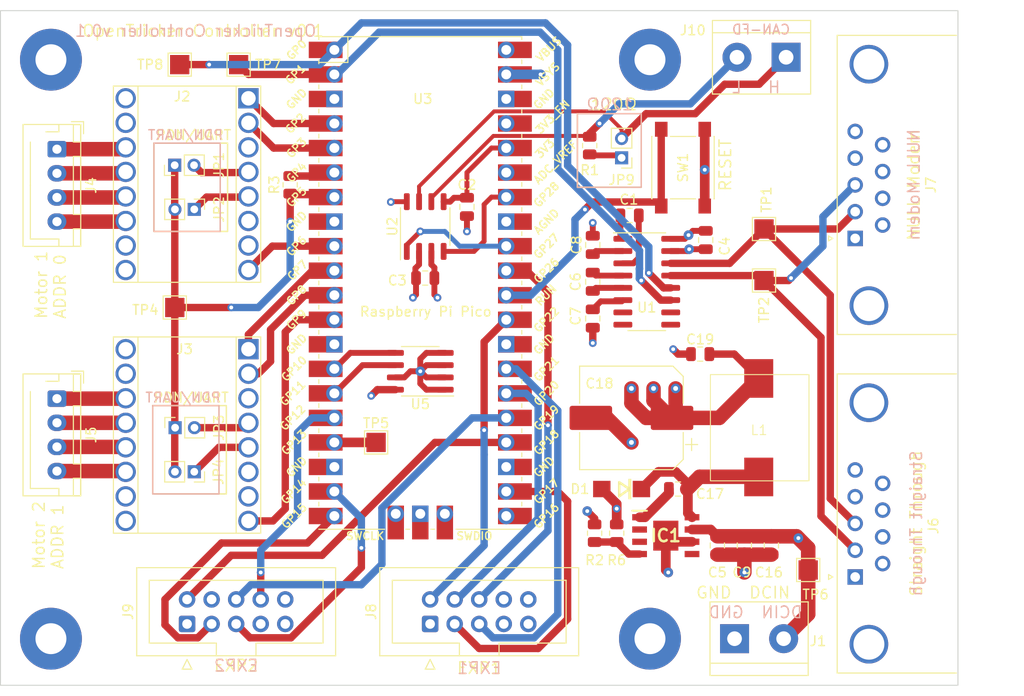
<source format=kicad_pcb>
(kicad_pcb (version 20221018) (generator pcbnew)
  (layers (0 "F.Cu" signal) (1 "In1.Cu" power "GND") (2 "In2.Cu" power "PWR") (31 "B.Cu" signal) (34 "B.Paste" user) (35 "F.Paste" user) (36 "B.SilkS" user "B.Silkscreen") (37 "F.SilkS" user "F.Silkscreen") (38 "B.Mask" user) (39 "F.Mask" user) (44 "Edge.Cuts" user))
  (net 0 "")
  (net 1 "Net-(U1-C1+)")
  (net 2 "Net-(U1-C1-)")
  (net 3 "GND")
  (net 4 "+5V")
  (net 5 "Net-(U1-C2+)")
  (net 6 "Net-(U1-C2-)")
  (net 7 "Net-(U1-VS-)")
  (net 8 "Net-(U1-VS+)")
  (net 9 "VCC")
  (net 10 "M1_DIR")
  (net 11 "M1_STEP")
  (net 12 "Net-(J2-UART)")
  (net 13 "Net-(J2-PDN)")
  (net 14 "M1_EN")
  (net 15 "Net-(J2-A2)")
  (net 16 "Net-(J2-A1)")
  (net 17 "Net-(J2-B1)")
  (net 18 "Net-(J2-B2)")
  (net 19 "M2_DIR")
  (net 20 "M2_STEP")
  (net 21 "Net-(J3-UART)")
  (net 22 "Net-(J3-PDN)")
  (net 23 "M2_EN")
  (net 24 "Net-(J3-A2)")
  (net 25 "Net-(J3-A1)")
  (net 26 "Net-(J3-B1)")
  (net 27 "Net-(J3-B2)")
  (net 43 "LCD_CS")
  (net 44 "LCD_RST")
  (net 46 "BTN_ENC")
  (net 47 "LCD_A0")
  (net 48 "NEOPIXEL")
  (net 51 "BTN_EN1")
  (net 52 "BTN_EN2")
  (net 54 "LED_SCK")
  (net 56 "LCD_MOSI")
  (net 57 "BTN_RST")
  (net 58 "MOTOR_UART")
  (net 59 "SCALE_RXD")
  (net 60 "SCALE_TXD")
  (net 61 "UART1_TX")
  (net 66 "SCALE_UART_TX")
  (net 67 "SCALE_UART_RX")
  (net 68 "EEPROM_SDA")
  (net 69 "EEPROM_SCL")
  (net 70 "SPI0_MISO")
  (net 71 "Net-(U3-GPIO13)")
  (net 72 "+3.3V")
  (net 76 "PICO_RESET_BTN")
  (net 77 "Net-(J10-Pin_1)")
  (net 78 "Net-(J10-Pin_2)")
  (net 79 "Net-(JP9-A)")
  (net 80 "CAN_TX")
  (net 81 "CAN_RX")
  (net 85 "Net-(IC1-BOOT)")
  (net 86 "Net-(IC1-PH)")
  (net 89 "Net-(IC1-VSENSE)")
  (footprint "Capacitor_SMD:CP_Elec_10x10.5" (layer "F.Cu") (at 115.57 100.33 180)
    (fp_text reference "C18")
    (fp_text value "330uF")
  )
  (footprint "Connector_PinSocket_2.00mm:PinSocket_1x02_P2.00mm_Vertical" (layer "F.Cu") (at 68.358 101.346 90)
    (fp_text reference "JP3")
    (fp_text value "M2_UART_OP1")
  )
  (footprint "Package_SO:SO-8_3.9x4.9mm_P1.27mm" (layer "F.Cu") (at 94.234 80.518 90)
    (fp_text reference "U2")
    (fp_text value "MCP2542FDxMF")
  )
  (footprint "TerminalBlock:TerminalBlock_bornier-2_P5.08mm" (layer "F.Cu") (at 126.238 123.19)
    (fp_text reference "J1")
    (fp_text value "DC12V/24V")
  )
  (footprint "Capacitor_SMD:C_0805_2012Metric" (layer "F.Cu") (at 124.46 113.538 -90)
    (fp_text reference "C5")
    (fp_text value "4.7uF")
  )
  (footprint "Resistor_SMD:R_0805_2012Metric" (layer "F.Cu") (at 111.252 72.136 90)
    (fp_text reference "R1")
    (fp_text value "120Ω")
  )
  (footprint "Capacitor_SMD:C_0805_2012Metric" (layer "F.Cu") (at 111.571 90.043 90)
    (fp_text reference "C7")
    (fp_text value "10uF")
  )
  (footprint "Package_SO:SO-8_3.9x4.9mm_P1.27mm" (layer "F.Cu") (at 93.726 95.504 180)
    (fp_text reference "U5")
    (fp_text value "CAT24C256")
  )
  (footprint "MountingHole:MountingHole_3.2mm_M3_Pad" (layer "F.Cu") (at 55.512 123.19)
    (fp_text reference "H2" hide)
    (fp_text value "MountingHole")
  )
  (footprint "Capacitor_SMD:C_0805_2012Metric" (layer "F.Cu") (at 98.552 78.486 90)
    (fp_text reference "C2")
    (fp_text value "100nF")
  )
  (footprint "Capacitor_SMD:C_0805_2012Metric" (layer "F.Cu") (at 115.381 79.375)
    (fp_text reference "C1")
    (fp_text value "1uF")
  )
  (footprint "Button_Switch_SMD:SW_Push_1P1T_NO_6x6mm_H9.5mm" (layer "F.Cu") (at 120.904 74.422 90)
    (fp_text reference "SW1")
    (fp_text value "SW_Push")
  )
  (footprint "Capacitor_SMD:C_0805_2012Metric" (layer "F.Cu") (at 94.234 85.852 180)
    (fp_text reference "C3")
    (fp_text value "100nF")
  )
  (footprint "Capacitor_SMD:C_0805_2012Metric" (layer "F.Cu") (at 127.254 113.538 -90)
    (fp_text reference "C9")
    (fp_text value "4.7uF")
  )
  (footprint "Capacitor_SMD:C_0805_2012Metric" (layer "F.Cu") (at 123.255 81.915 -90)
    (fp_text reference "C4")
    (fp_text value "1uF")
  )
  (footprint "Extra Footprints:SOIC127P600X170-9N" (layer "F.Cu") (at 119.126 112.522)
    (fp_text reference "IC1")
    (fp_text value "TPS5450DDA" hide)
  )
  (footprint "TestPoint:TestPoint_Pad_2.0x2.0mm" (layer "F.Cu") (at 74.93 63.754)
    (fp_text reference "TP7")
    (fp_text value "TestPoint")
  )
  (footprint "Connector_PinHeader_2.00mm:PinHeader_1x02_P2.00mm_Vertical" (layer "F.Cu") (at 68.316 74.168 90)
    (fp_text reference "JP1")
    (fp_text value "M1_UART_OP1")
  )
  (footprint "MountingHole:MountingHole_3.2mm_M3_Pad" (layer "F.Cu") (at 117.488 63.246)
    (fp_text reference "H4" hide)
    (fp_text value "MountingHole")
  )
  (footprint "Extra Footprints:Power Inductor 10x11" (layer "F.Cu") (at 123.7405 106.846 90)
    (fp_text reference "L1")
    (fp_text value "15uH")
  )
  (footprint "Connector_IDC:IDC-Header_2x05_P2.54mm_Vertical" (layer "F.Cu") (at 94.742 121.666 90)
    (fp_text reference "J8")
    (fp_text value "EXP1")
  )
  (footprint "Connector_PinHeader_2.00mm:PinHeader_1x02_P2.00mm_Vertical" (layer "F.Cu") (at 114.554 73.406 180)
    (fp_text reference "JP9")
    (fp_text value "120JP")
  )
  (footprint "Capacitor_SMD:C_0805_2012Metric" (layer "F.Cu") (at 122.682 93.726 180)
    (fp_text reference "C19")
    (fp_text value "10nF")
  )
  (footprint "Capacitor_SMD:C_0805_2012Metric" (layer "F.Cu") (at 111.571 82.423 90)
    (fp_text reference "C8")
    (fp_text value "10uF")
  )
  (footprint "TerminalBlock:TerminalBlock_bornier-2_P5.08mm" (layer "F.Cu") (at 131.572 62.992 180)
    (fp_text reference "J10")
    (fp_text value "CAN_L")
  )
  (footprint "Capacitor_SMD:C_0805_2012Metric" (layer "F.Cu") (at 130.048 113.538 -90)
    (fp_text reference "C16")
    (fp_text value "10nF")
  )
  (footprint "RPi_Pico:RPi_Pico_SMD_TH" (layer "F.Cu") (at 93.726 86.36)
    (fp_text reference "U3")
    (fp_text value "Pico")
  )
  (footprint "Capacitor_SMD:C_0805_2012Metric" (layer "F.Cu") (at 111.571 86.233 -90)
    (fp_text reference "C6")
    (fp_text value "1uF")
  )
  (footprint "Connector_JST:JST_XH_B4B-XH-AM_1x04_P2.50mm_Vertical" (layer "F.Cu") (at 56.134 72.51 -90)
    (fp_text reference "J4")
    (fp_text value "Motor 1")
  )
  (footprint "Package_SO:SOIC-16_3.9x9.9mm_P1.27mm" (layer "F.Cu") (at 117.159 86.233)
    (fp_text reference "U1")
    (fp_text value "MAX232")
  )
  (footprint "Connector_JST:JST_XH_B4B-XH-AM_1x04_P2.50mm_Vertical" (layer "F.Cu") (at 56.134 98.338 -90)
    (fp_text reference "J5")
    (fp_text value "Motor 2")
  )
  (footprint "Resistor_SMD:R_0805_2012Metric" (layer "F.Cu") (at 114.046 112.268 90)
    (fp_text reference "R6")
    (fp_text value "3.16K")
  )
  (footprint "TestPoint:TestPoint_Pad_2.0x2.0mm" (layer "F.Cu") (at 129.286 80.772 -90)
    (fp_text reference "TP1")
    (fp_text value "TestPoint")
  )
  (footprint "MountingHole:MountingHole_3.2mm_M3_Pad" (layer "F.Cu") (at 55.512 63.246)
    (fp_text reference "H1" hide)
    (fp_text value "MountingHole")
  )
  (footprint "TestPoint:TestPoint_Pad_2.0x2.0mm" (layer "F.Cu") (at 68.834 63.754)
    (fp_text reference "TP8")
    (fp_text value "TestPoint")
  )
  (footprint "Resistor_SMD:R_0805_2012Metric" (layer "F.Cu") (at 80.264 76.2 90)
    (fp_text reference "R3")
    (fp_text value "1K")
  )
  (footprint "Resistor_SMD:R_0805_2012Metric" (layer "F.Cu") (at 111.76 112.268 -90)
    (fp_text reference "R2")
    (fp_text value "10K")
  )
  (footprint "Extra Footprints:DO-214AC" (layer "F.Cu") (at 114.554 107.696 180)
    (fp_text reference "D1")
    (fp_text value "SS54")
  )
  (footprint "Connector_PinSocket_2.00mm:PinSocket_1x02_P2.00mm_Vertical" (layer "F.Cu") (at 70.342 105.908 -90)
    (fp_text reference "JP4")
    (fp_text value "M2_UART_OP2")
  )
  (footprint "TestPoint:TestPoint_Pad_2.0x2.0mm" (layer "F.Cu") (at 133.858 116.078)
    (fp_text reference "TP6")
    (fp_text value "TestPoint")
  )
  (footprint "Connector_Dsub:DSUB-9_Male_Horizontal_P2.77x2.84mm_EdgePinOffset7.70mm_Housed_MountingHolesOffset9.12mm" (layer "F.Cu") (at 138.719669 81.75 90)
    (fp_text reference "J7")
    (fp_text value "NULL Modem")
  )
  (footprint "TestPoint:TestPoint_Pad_2.0x2.0mm" (layer "F.Cu") (at 68.326 88.9)
    (fp_text reference "TP4")
    (fp_text value "TestPoint")
  )
  (footprint "fab:Conn_StepStick" (layer "F.Cu") (at 75.946 93.218 180)
    (fp_text reference "J3")
    (fp_text value "TMC2209 Motor 2")
  )
  (footprint "Connector_Dsub:DSUB-9_Male_Horizontal_P2.77x2.84mm_EdgePinOffset7.70mm_Housed_MountingHolesOffset9.12mm" (layer "F.Cu") (at 138.719669 116.802 90)
    (fp_text reference "J6")
    (fp_text value "Straight Through")
  )
  (footprint "fab:Conn_StepStick" (layer "F.Cu") (at 75.946 67.242 180)
    (fp_text reference "J2")
    (fp_text value "TMC2209 Motor 1")
  )
  (footprint "MountingHole:MountingHole_3.2mm_M3_Pad" (layer "F.Cu") (at 117.488 123.19)
    (fp_text reference "H3" hide)
    (fp_text value "MountingHole")
  )
  (footprint "Connector_IDC:IDC-Header_2x05_P2.54mm_Vertical" (layer "F.Cu") (at 69.596 121.666 90)
    (fp_text reference "J9")
    (fp_text value "EXP2")
  )
  (footprint "TestPoint:TestPoint_Pad_2.0x2.0mm" (layer "F.Cu") (at 129.286 86.106 -90)
    (fp_text reference "TP2")
    (fp_text value "TestPoint")
  )
  (footprint "Capacitor_SMD:C_0805_2012Metric" (layer "F.Cu") (at 120.396 107.696)
    (fp_text reference "C17")
    (fp_text value "10nF")
  )
  (footprint "Connector_PinHeader_2.00mm:PinHeader_1x02_P2.00mm_Vertical" (layer "F.Cu") (at 70.342 78.74 -90)
    (fp_text reference "JP2")
    (fp_text value "M1_UART_OP2")
  )
  (footprint "TestPoint:TestPoint_Pad_2.0x2.0mm" (layer "F.Cu") (at 89.154 102.87)
    (fp_text reference "TP5")
    (fp_text value "TestPoint")
  )
  (gr_rect (start 109.982 68.834) (end 116.586 76.454) (stroke (width 0.15)) (fill none) (layer "B.SilkS"))
  (gr_rect (start 66.167 71.882) (end 73.025 81.026) (stroke (width 0.15)) (fill none) (layer "B.SilkS"))
  (gr_rect (start 66.04 99.06) (end 72.898 108.204) (stroke (width 0.15)) (fill none) (layer "B.SilkS"))
  (gr_rect (start 109.982 68.834) (end 116.586 76.454) (stroke (width 0.15)) (fill none) (layer "F.SilkS"))
  (gr_rect (start 66.167 71.882) (end 73.787 81.026) (stroke (width 0.15)) (fill none) (layer "F.SilkS"))
  (gr_rect (start 66.04 99.06) (end 73.66 108.204) (stroke (width 0.15)) (fill none) (layer "F.SilkS"))
  (gr_rect (start 50.292 58.166) (end 149.352 128.016) (stroke (width 0.1)) (fill none) (layer "Edge.Cuts"))
  (gr_text "OpenTricker Controller v0.1" (at 83.058 60.96) (layer "B.SilkS") (effects (font (size 1.2 1.2)) (justify left bottom mirror)))
  (gr_text "EXP1" (at 99.822 126.238) (layer "B.SilkS") (effects (font (size 1.2 1.2)) (justify mirror)))
  (gr_text "PDN/UART" (at 73.152 98.806) (layer "B.SilkS") (effects (font (size 1 1)) (justify left bottom mirror)))
  (gr_text "PDN/UART" (at 73.406 71.628) (layer "B.SilkS") (effects (font (size 1 1)) (justify left bottom mirror)))
  (gr_text "H   L" (at 131.064 66.802) (layer "B.SilkS") (effects (font (size 1.2 1.2)) (justify left bottom mirror)))
  (gr_text "120Ω" (at 115.824 68.58) (layer "B.SilkS") (effects (font (size 1.2 1.2)) (justify left bottom mirror)))
  (gr_text "CAN-FD" (at 132.08 60.706) (layer "B.SilkS") (effects (font (size 1 1)) (justify left bottom mirror)))
  (gr_text "DCIN  GND" (at 133.35 121.158) (layer "B.SilkS") (effects (font (size 1.2 1.2)) (justify left bottom mirror)))
  (gr_text "EXP2" (at 74.676 125.984) (layer "B.SilkS") (effects (font (size 1.2 1.2)) (justify mirror)))
  (gr_text "NULL Modem" (at 144.78 76.2 90) (layer "B.SilkS") (effects (font (size 1.2 1.2)) (justify mirror)))
  (gr_text "Motor 2\nADDR 1" (at 56.896 116.078 90) (layer "F.SilkS") (effects (font (size 1.2 1.2)) (justify left bottom)))
  (gr_text "OpenTricker Controller v0.1" (at 58.674 60.96) (layer "F.SilkS") (effects (font (size 1.2 1.2)) (justify left bottom)))
  (gr_text "GND  DCIN" (at 122.174 119.126) (layer "F.SilkS") (effects (font (size 1.2 1.2)) (justify left bottom)))
  (gr_text "Raspberry Pi Pico" (at 87.376 89.916) (layer "F.SilkS") (effects (font (size 1 1)) (justify left bottom)))
  (gr_text "Motor 1\nADDR 0" (at 57.15 90.17 90) (layer "F.SilkS") (effects (font (size 1.2 1.2)) (justify left bottom)))
  (gr_text "PDN/UART" (at 66.294 71.628) (layer "F.SilkS") (effects (font (size 1 1)) (justify left bottom)))
  (gr_text "Straight Through" (at 145.034 111.252 90) (layer "F.SilkS") (effects (font (size 1.2 1.2))))
  (gr_text "PDN/UART" (at 66.04 98.806) (layer "F.SilkS") (effects (font (size 1 1)) (justify left bottom)))
  (gr_text "120Ω" (at 111.252 68.58) (layer "F.SilkS") (effects (font (size 1.2 1.2)) (justify left bottom)))
  (gr_text "RESET" (at 125.984 76.962 90) (layer "F.SilkS") (effects (font (size 1.2 1.2)) (justify left bottom)))
  (segment (start 114.431 79.375) (end 114.431 81.535) (width 0.6096) (layer "F.Cu") (net 1))
  (segment (start 114.431 81.535) (end 114.684 81.788) (width 0.6096) (layer "F.Cu") (net 1))
  (segment (start 115.762 84.328) (end 114.684 84.328) (width 0.6096) (layer "F.Cu") (net 2))
  (segment (start 116.331 83.759) (end 115.762 84.328) (width 0.6096) (layer "F.Cu") (net 2))
  (segment (start 116.331 79.375) (end 116.331 83.759) (width 0.6096) (layer "F.Cu") (net 2))
  (segment (start 121.35 83.058) (end 119.634 83.058) (width 0.6096) (layer "F.Cu") (net 3))
  (segment (start 119.761 113.157) (end 119.126 112.522) (width 1) (layer "F.Cu") (net 3))
  (segment (start 96.301 97.409) (end 94.361 97.409) (width 0.6096) (layer "F.Cu") (net 3))
  (segment (start 94.361 96.139) (end 93.726 95.504) (width 0.6096) (layer "F.Cu") (net 3))
  (segment (start 92.075 96.139) (end 92.71 95.504) (width 0.6096) (layer "F.Cu") (net 3))
  (segment (start 121.543 82.865) (end 121.35 83.058) (width 0.6096) (layer "F.Cu") (net 3))
  (segment (start 90.713 77.943) (end 90.678 77.978) (width 0.508) (layer "F.Cu") (net 3))
  (segment (start 114.046 109.238) (end 112.504 107.696) (width 1) (layer "F.Cu") (net 3))
  (segment (start 94.361 93.599) (end 93.726 94.234) (width 0.6096) (layer "F.Cu") (net 3))
  (segment (start 98.552 79.436) (end 98.552 81.026) (width 0.6096) (layer "F.Cu") (net 3))
  (segment (start 93.218 85.786) (end 93.284 85.852) (width 0.6096) (layer "F.Cu") (net 3))
  (segment (start 123.154 74.64) (end 123.154 78.397) (width 1) (layer "F.Cu") (net 3))
  (segment (start 94.361 94.869) (end 93.726 95.504) (width 0.6096) (layer "F.Cu") (net 3))
  (segment (start 92.964 87.884) (end 93.284 87.564) (width 0.6096) (layer "F.Cu") (net 3))
  (segment (start 94.361 97.409) (end 93.726 96.774) (width 0.6096) (layer "F.Cu") (net 3))
  (segment (start 119.126 112.522) (end 119.126 116.078) (width 1) (layer "F.Cu") (net 3))
  (segment (start 120.396 93.726) (end 119.888 93.218) (width 0.762) (layer "F.Cu") (net 3))
  (segment (start 123.154 74.64) (end 123.154 70.447) (width 1) (layer "F.Cu") (net 3))
  (segment (start 93.726 94.234) (end 93.726 95.504) (width 0.6096) (layer "F.Cu") (net 3))
  (segment (start 127.254 116.332) (end 127.254 114.488) (width 1.5) (layer "F.Cu") (net 3))
  (segment (start 91.151 96.139) (end 92.075 96.139) (width 0.6096) (layer "F.Cu") (net 3))
  (segment (start 93.599 84.455) (end 93.218 84.836) (width 0.6096) (layer "F.Cu") (net 3))
  (segment (start 121.732 93.726) (end 120.396 93.726) (width 0.762) (layer "F.Cu") (net 3))
  (segment (start 114.046 109.728) (end 114.046 111.3555) (width 1) (layer "F.Cu") (net 3))
  (segment (start 96.301 96.139) (end 94.361 96.139) (width 0.6096) (layer "F.Cu") (net 3))
  (segment (start 111.571 90.993) (end 111.571 92.583) (width 0.762) (layer "F.Cu") (net 3))
  (segment (start 119.126 116.078) (end 119.38 116.332) (width 1) (layer "F.Cu") (net 3))
  (segment (start 92.71 95.504) (end 93.726 95.504) (width 0.6096) (layer "F.Cu") (net 3))
  (segment (start 113.03 100.33) (end 115.57 102.87) (width 1.5) (layer "F.Cu") (net 3))
  (segment (start 93.284 87.564) (end 93.284 85.852) (width 0.6096) (layer "F.Cu") (net 3))
  (segment (start 111.37 100.33) (end 113.03 100.33) (width 1.5) (layer "F.Cu") (net 3))
  (segment (start 93.599 83.093) (end 93.599 84.455) (width 0.6096) (layer "F.Cu") (net 3))
  (segment (start 96.301 93.599) (end 94.361 93.599) (width 0.6096) (layer "F.Cu") (net 3))
  (segment (start 93.218 84.836) (end 93.218 85.786) (width 0.6096) (layer "F.Cu") (net 3))
  (segment (start 124.46 114.488) (end 130.048 114.488) (width 1.5) (layer "F.Cu") (net 3))
  (segment (start 121.543 82.865) (end 123.255 82.865) (width 0.6096) (layer "F.Cu") (net 3))
  (segment (start 121.838 113.157) (end 119.761 113.157) (width 1) (layer "F.Cu") (net 3))
  (segment (start 114.046 109.728) (end 114.046 109.238) (width 1) (layer "F.Cu") (net 3))
  (segment (start 96.301 94.869) (end 94.361 94.869) (width 0.6096) (layer "F.Cu") (net 3))
  (segment (start 93.726 96.774) (end 93.726 95.504) (width 0.6096) (layer "F.Cu") (net 3))
  (segment (start 92.329 77.943) (end 90.713 77.943) (width 0.508) (layer "F.Cu") (net 3))
  (via (at 111.571 92.583) (size 0.8) (drill 0.4) (layers "F.Cu" "B.Cu") (net 3))
  (via (at 92.964 87.884) (size 0.8) (drill 0.4) (layers "F.Cu" "B.Cu") (net 3))
  (via (at 119.38 116.332) (size 1) (drill 0.4) (layers "F.Cu" "B.Cu") (net 3))
  (via (at 93.726 95.504) (size 1) (drill 0.4) (layers "F.Cu" "B.Cu") (net 3))
  (via (at 114.046 109.728) (size 0.8) (drill 0.4) (layers "F.Cu" "B.Cu") (net 3))
  (via (at 90.678 77.978) (size 0.8) (drill 0.4) (layers "F.Cu" "B.Cu") (net 3))
  (via (at 127.254 116.332) (size 1) (drill 0.4) (layers "F.Cu" "B.Cu") (net 3))
  (via (at 121.543 82.865) (size 1) (drill 0.4) (layers "F.Cu" "B.Cu") (net 3))
  (via (at 123.154 74.64) (size 1) (drill 0.4) (layers "F.Cu" "B.Cu") (net 3))
  (via (at 98.552 81.026) (size 0.8) (drill 0.4) (layers "F.Cu" "B.Cu") (net 3))
  (via (at 115.57 102.87) (size 1) (drill 0.5) (layers "F.Cu" "B.Cu") (net 3))
  (via (at 119.888 93.218) (size 0.8) (drill 0.4) (layers "F.Cu" "B.Cu") (net 3))
  (segment (start 95.184 84.77) (end 95.184 85.852) (width 0.6096) (layer "F.Cu") (net 4))
  (segment (start 119.634 81.788) (end 121.096 81.788) (width 0.6096) (layer "F.Cu") (net 4))
  (segment (start 117.856 97.282) (end 117.856 98.552) (width 1.5) (layer "F.Cu") (net 4))
  (segment (start 119.77 100.33) (end 120.142 99.958) (width 1.5) (layer "F.Cu") (net 4))
  (segment (start 89.281 97.409) (end 88.646 98.044) (width 0.762) (layer "F.Cu") (net 4))
  (segment (start 124.6565 100.33) (end 128.7405 96.246) (width 1.5) (layer "F.Cu") (net 4))
  (segment (start 121.919 80.965) (end 121.477 81.407) (width 0.6096) (layer "F.Cu") (net 4))
  (segment (start 95.504 87.884) (end 95.184 87.564) (width 0.6096) (layer "F.Cu") (net 4))
  (segment (start 121.096 81.788) (end 121.477 81.407) (width 0.6096) (layer "F.Cu") (net 4))
  (segment (start 123.255 80.965) (end 121.919 80.965) (width 0.6096) (layer "F.Cu") (net 4))
  (segment (start 115.57 97.282) (end 115.57 98.806) (width 1.5) (layer "F.Cu") (net 4))
  (segment (start 120.142 99.958) (end 120.142 97.282) (width 1.5) (layer "F.Cu") (net 4))
  (segment (start 94.869 84.455) (end 95.184 84.77) (width 0.6096) (layer "F.Cu") (net 4))
  (segment (start 115.57 98.806) (end 117.094 100.33) (width 1.5) (layer "F.Cu") (net 4))
  (segment (start 110.998 109.982) (end 111.76 110.744) (width 0.762) (layer "F.Cu") (net 4))
  (segment (start 119.77 100.33) (end 124.6565 100.33) (width 1.5) (layer "F.Cu") (net 4))
  (segment (start 95.184 87.564) (end 95.184 85.852) (width 0.6096) (layer "F.Cu") (net 4))
  (segment (start 94.869 83.093) (end 94.869 84.455) (width 0.6096) (layer "F.Cu") (net 4))
  (segment (start 117.856 98.552) (end 119.634 100.33) (width 1.5) (layer "F.Cu") (net 4))
  (segment (start 111.76 110.744) (end 111.76 111.3555) (width 0.762) (layer "F.Cu") (net 4))
  (segment (start 123.632 93.726) (end 126.2205 93.726) (width 0.762) (layer "F.Cu") (net 4))
  (segment (start 91.151 97.409) (end 89.281 97.409) (width 0.762) (layer "F.Cu") (net 4))
  (segment (start 111.571 81.473) (end 111.571 80.137) (width 0.6096) (layer "F.Cu") (net 4))
  (segment (start 119.634 100.33) (end 119.77 100.33) (width 1.5) (layer "F.Cu") (net 4))
  (segment (start 126.2205 93.726) (end 128.7405 96.246) (width 0.762) (layer "F.Cu") (net 4))
  (segment (start 117.094 100.33) (end 119.77 100.33) (width 1.5) (layer "F.Cu") (net 4))
  (via (at 95.504 87.884) (size 0.8) (drill 0.4) (layers "F.Cu" "B.Cu") (net 4))
  (via (at 120.142 97.282) (size 1) (drill 0.5) (layers "F.Cu" "B.Cu") (net 4))
  (via (at 115.57 97.282) (size 1) (drill 0.5) (layers "F.Cu" "B.Cu") (net 4))
  (via (at 111.571 80.137) (size 0.8) (drill 0.4) (layers "F.Cu" "B.Cu") (net 4))
  (via (at 117.856 97.282) (size 1) (drill 0.5) (layers "F.Cu" "B.Cu") (net 4))
  (via (at 88.646 98.044) (size 0.8) (drill 0.4) (layers "F.Cu" "B.Cu") (net 4))
  (via (at 121.477 81.407) (size 1) (drill 0.4) (layers "F.Cu" "B.Cu") (net 4))
  (via (at 110.998 109.982) (size 1) (drill 0.4) (layers "F.Cu" "B.Cu") (net 4))
  (via (at 106.172 64.77) (size 1) (drill 0.4) (layers "F.Cu" "B.Cu") (net 4))
  (segment (start 102.616 64.77) (end 106.172 64.77) (width 1) (layer "B.Cu") (net 4))
  (segment (start 114.684 85.598) (end 111.886 85.598) (width 0.6096) (layer "F.Cu") (net 5))
  (segment (start 111.886 85.598) (end 111.571 85.283) (width 0.6096) (layer "F.Cu") (net 5))
  (segment (start 111.886 86.868) (end 111.571 87.183) (width 0.6096) (layer "F.Cu") (net 6))
  (segment (start 114.684 86.868) (end 111.886 86.868) (width 0.6096) (layer "F.Cu") (net 6))
  (segment (start 114.557 88.265) (end 112.399 88.265) (width 0.6096) (layer "F.Cu") (net 7))
  (segment (start 112.399 88.265) (end 111.571 89.093) (width 0.6096) (layer "F.Cu") (net 7))
  (segment (start 114.684 88.138) (end 114.557 88.265) (width 0.6096) (layer "F.Cu") (net 7))
  (segment (start 114.684 83.058) (end 111.886 83.058) (width 0.6096) (layer "F.Cu") (net 8))
  (segment (start 111.886 83.058) (end 111.571 83.373) (width 0.6096) (layer "F.Cu") (net 8))
  (segment (start 132.654 112.588) (end 130.048 112.588) (width 1.5) (layer "F.Cu") (net 9))
  (segment (start 132.842 112.776) (end 133.858 113.792) (width 1.5) (layer "F.Cu") (net 9))
  (segment (start 121.838 111.887) (end 123.759 111.887) (width 1) (layer "F.Cu") (net 9))
  (segment (start 133.858 113.792) (end 133.858 116.84) (width 1.5) (layer "F.Cu") (net 9))
  (segment (start 124.46 112.588) (end 130.048 112.588) (width 1.5) (layer "F.Cu") (net 9))
  (segment (start 133.858 120.65) (end 131.318 123.19) (width 1.5) (layer "F.Cu") (net 9))
  (segment (start 133.858 116.84) (end 133.858 120.65) (width 1.5) (layer "F.Cu") (net 9))
  (segment (start 123.759 111.887) (end 124.46 112.588) (width 1) (layer "F.Cu") (net 9))
  (segment (start 132.842 112.776) (end 132.654 112.588) (width 1.5) (layer "F.Cu") (net 9))
  (via (at 132.842 112.776) (size 1) (drill 0.4) (layers "F.Cu" "B.Cu") (net 9))
  (segment (start 78.554 69.85) (end 84.836 69.85) (width 0.762) (layer "F.Cu") (net 10))
  (segment (start 75.946 67.242) (end 78.554 69.85) (width 0.762) (layer "F.Cu") (net 10))
  (segment (start 75.946 69.782) (end 78.554 72.39) (width 0.762) (layer "F.Cu") (net 11))
  (segment (start 78.554 72.39) (end 84.836 72.39) (width 0.762) (layer "F.Cu") (net 11))
  (segment (start 70.316 74.168) (end 71.078 74.93) (width 0.762) (layer "F.Cu") (net 12))
  (segment (start 75.878 74.93) (end 75.946 74.862) (width 0.762) (layer "F.Cu") (net 12))
  (segment (start 71.078 74.93) (end 75.878 74.93) (width 0.762) (layer "F.Cu") (net 12))
  (segment (start 75.878 77.47) (end 75.946 77.402) (width 0.762) (layer "F.Cu") (net 13))
  (segment (start 71.612 77.47) (end 75.878 77.47) (width 0.762) (layer "F.Cu") (net 13))
  (segment (start 70.342 78.74) (end 71.612 77.47) (width 0.762) (layer "F.Cu") (net 13))
  (segment (start 78.418 82.55) (end 75.946 85.022) (width 0.762) (layer "F.Cu") (net 14))
  (segment (start 84.836 82.55) (end 78.418 82.55) (width 0.762) (layer "F.Cu") (net 14))
  (segment (start 56.134 80.01) (end 63.178 80.01) (width 1.5) (layer "F.Cu") (net 15))
  (segment (start 63.178 80.01) (end 63.246 79.942) (width 1) (layer "F.Cu") (net 15))
  (segment (start 56.134 77.51) (end 63.138 77.51) (width 1.5) (layer "F.Cu") (net 16))
  (segment (start 63.138 77.51) (end 63.246 77.402) (width 1) (layer "F.Cu") (net 16))
  (segment (start 63.098 75.01) (end 63.246 74.862) (width 1) (layer "F.Cu") (net 17))
  (segment (start 56.134 75.01) (end 63.098 75.01) (width 1.5) (layer "F.Cu") (net 17))
  (segment (start 56.134 72.51) (end 63.058 72.51) (width 1.5) (layer "F.Cu") (net 18))
  (segment (start 63.058 72.51) (end 63.246 72.322) (width 1) (layer "F.Cu") (net 18))
  (segment (start 82.55 85.09) (end 84.836 85.09) (width 0.762) (layer "F.Cu") (net 19))
  (segment (start 75.946 93.218) (end 75.946 91.694) (width 0.762) (layer "F.Cu") (net 19))
  (segment (start 75.946 91.694) (end 82.55 85.09) (width 0.762) (layer "F.Cu") (net 19))
  (segment (start 76.962 95.758) (end 75.946 95.758) (width 0.762) (layer "F.Cu") (net 20))
  (segment (start 78.232 91.186) (end 78.232 94.488) (width 0.762) (layer "F.Cu") (net 20))
  (segment (start 84.836 87.63) (end 81.788 87.63) (width 0.762) (layer "F.Cu") (net 20))
  (segment (start 81.788 87.63) (end 78.232 91.186) (width 0.762) (layer "F.Cu") (net 20))
  (segment (start 78.232 94.488) (end 76.962 95.758) (width 0.762) (layer "F.Cu") (net 20))
  (segment (start 75.438 101.346) (end 75.946 100.838) (width 0.762) (layer "F.Cu") (net 21))
  (segment (start 70.358 101.346) (end 75.438 101.346) (width 0.762) (layer "F.Cu") (net 21))
  (segment (start 70.342 105.908) (end 70.368 105.908) (width 0.762) (layer "F.Cu") (net 22))
  (segment (start 72.898 103.378) (end 75.946 103.378) (width 0.762) (layer "F.Cu") (net 22))
  (segment (start 70.368 105.908) (end 72.898 103.378) (width 0.762) (layer "F.Cu") (net 22))
  (segment (start 79.756 109.728) (end 78.486 110.998) (width 0.762) (layer "F.Cu") (net 23))
  (segment (start 81.026 90.17) (end 79.756 91.44) (width 0.762) (layer "F.Cu") (net 23))
  (segment (start 79.756 91.44) (end 79.756 109.728) (width 0.762) (layer "F.Cu") (net 23))
  (segment (start 84.836 90.17) (end 81.026 90.17) (width 0.762) (layer "F.Cu") (net 23))
  (segment (start 78.486 110.998) (end 75.946 110.998) (width 0.762) (layer "F.Cu") (net 23))
  (segment (start 56.134 105.838) (end 63.166 105.838) (width 1.5) (layer "F.Cu") (net 24))
  (segment (start 63.166 105.838) (end 63.246 105.918) (width 1) (layer "F.Cu") (net 24))
  (segment (start 56.134 103.338) (end 63.206 103.338) (width 1.5) (layer "F.Cu") (net 25))
  (segment (start 63.206 103.338) (end 63.246 103.378) (width 1) (layer "F.Cu") (net 25))
  (segment (start 56.134 100.838) (end 63.246 100.838) (width 1.5) (layer "F.Cu") (net 26))
  (segment (start 56.134 98.338) (end 63.206 98.338) (width 1.5) (layer "F.Cu") (net 27))
  (segment (start 63.206 98.338) (end 63.246 98.298) (width 1) (layer "F.Cu") (net 27))
  (segment (start 107.95 107.95) (end 108.966 108.966) (width 0.762) (layer "F.Cu") (net 43))
  (segment (start 108.966 121.158) (end 105.918 124.206) (width 0.762) (layer "F.Cu") (net 43))
  (segment (start 105.918 124.206) (end 99.822 124.206) (width 0.762) (layer "F.Cu") (net 43))
  (segment (start 99.822 124.206) (end 97.282 121.666) (width 0.762) (layer "F.Cu") (net 43))
  (segment (start 108.966 108.966) (end 108.966 121.158) (width 0.762) (layer "F.Cu") (net 43))
  (segment (start 102.616 107.95) (end 107.95 107.95) (width 0.762) (layer "F.Cu") (net 43))
  (segment (start 99.822 121.666) (end 101.253 123.097) (width 0.762) (layer "B.Cu") (net 44))
  (segment (start 101.253 123.097) (end 105.49474 123.097) (width 0.762) (layer "B.Cu") (net 44))
  (segment (start 107.95 99.568) (end 103.632 95.25) (width 0.762) (layer "B.Cu") (net 44))
  (segment (start 107.95 120.64174) (end 107.95 99.568) (width 0.762) (layer "B.Cu") (net 44))
  (segment (start 105.49474 123.097) (end 107.95 120.64174) (width 0.762) (layer "B.Cu") (net 44))
  (segment (start 103.632 95.25) (end 102.616 95.25) (width 0.762) (layer "B.Cu") (net 44))
  (segment (start 100.33 101.6) (end 100.33 92.456) (width 0.762) (layer "F.Cu") (net 46))
  (segment (start 100.33 92.456) (end 102.616 90.17) (width 0.762) (layer "F.Cu") (net 46))
  (via (at 100.33 101.6) (size 0.8) (drill 0.4) (layers "F.Cu" "B.Cu") (net 46))
  (segment (start 100.33 104.14) (end 100.33 101.6) (width 0.762) (layer "B.Cu") (net 46))
  (segment (start 100.33 113.538) (end 100.33 104.14) (width 0.762) (layer "B.Cu") (net 46))
  (segment (start 94.742 119.126) (end 100.33 113.538) (width 0.762) (layer "B.Cu") (net 46))
  (segment (start 105.918 99.06) (end 104.648 97.79) (width 0.762) (layer "B.Cu") (net 47))
  (segment (start 97.282 119.126) (end 97.536 119.126) (width 0.762) (layer "B.Cu") (net 47))
  (segment (start 104.648 97.79) (end 102.616 97.79) (width 0.762) (layer "B.Cu") (net 47))
  (segment (start 105.918 110.744) (end 105.918 99.06) (width 0.762) (layer "B.Cu") (net 47))
  (segment (start 97.536 119.126) (end 105.918 110.744) (width 0.762) (layer "B.Cu") (net 47))
  (segment (start 106.934 101.092) (end 106.934 87.286) (width 0.762) (layer "F.Cu") (net 48))
  (segment (start 106.934 87.286) (end 104.738 85.09) (width 0.762) (layer "F.Cu") (net 48))
  (segment (start 104.738 85.09) (end 102.616 85.09) (width 0.762) (layer "F.Cu") (net 48))
  (via (at 106.934 101.092) (size 0.8) (drill 0.4) (layers "F.Cu" "B.Cu") (net 48))
  (segment (start 106.934 112.014) (end 106.934 101.092) (width 0.762) (layer "B.Cu") (net 48))
  (segment (start 99.822 119.126) (end 106.934 112.014) (width 0.762) (layer "B.Cu") (net 48))
  (segment (start 68.651789 123.097) (end 67.31 121.755211) (width 0.762) (layer "F.Cu") (net 51))
  (segment (start 72.136 121.666) (end 70.705 123.097) (width 0.762) (layer "F.Cu") (net 51))
  (segment (start 67.31 121.755211) (end 67.31 119.126) (width 0.762) (layer "F.Cu") (net 51))
  (segment (start 70.705 123.097) (end 68.651789 123.097) (width 0.762) (layer "F.Cu") (net 51))
  (segment (start 67.31 119.126) (end 73.152 113.284) (width 0.762) (layer "F.Cu") (net 51))
  (segment (start 82.042 113.284) (end 84.836 110.49) (width 0.762) (layer "F.Cu") (net 51))
  (segment (start 73.152 113.284) (end 82.042 113.284) (width 0.762) (layer "F.Cu") (net 51))
  (segment (start 87.63 115.81574) (end 80.34874 123.097) (width 0.762) (layer "F.Cu") (net 52))
  (segment (start 80.34874 123.097) (end 76.107 123.097) (width 0.762) (layer "F.Cu") (net 52))
  (segment (start 76.107 123.097) (end 74.676 121.666) (width 0.762) (layer "F.Cu") (net 52))
  (segment (start 87.63 113.792) (end 87.63 115.81574) (width 0.762) (layer "F.Cu") (net 52))
  (via (at 87.63 113.792) (size 0.8) (drill 0.4) (layers "F.Cu" "B.Cu") (net 52))
  (segment (start 87.63 113.792) (end 87.63 110.744) (width 0.762) (layer "B.Cu") (net 52))
  (segment (start 87.63 110.744) (end 84.836 107.95) (width 0.762) (layer "B.Cu") (net 52))
  (segment (start 83.566 114.554) (end 95.25 102.87) (width 0.762) (layer "F.Cu") (net 54))
  (segment (start 95.25 102.87) (end 102.616 102.87) (width 0.762) (layer "F.Cu") (net 54))
  (segment (start 74.168 114.554) (end 83.566 114.554) (width 0.762) (layer "F.Cu") (net 54))
  (segment (start 69.596 119.126) (end 74.168 114.554) (width 0.762) (layer "F.Cu") (net 54))
  (segment (start 74.676 119.126) (end 76.2 117.602) (width 0.762) (layer "B.Cu") (net 56))
  (segment (start 76.2 117.602) (end 87.63 117.602) (width 0.762) (layer "B.Cu") (net 56))
  (segment (start 89.755 115.477) (end 89.755 109.66726) (width 0.762) (layer "B.Cu") (net 56))
  (segment (start 89.755 109.66726) (end 99.09226 100.33) (width 0.762) (layer "B.Cu") (net 56))
  (segment (start 87.63 117.602) (end 89.755 115.477) (width 0.762) (layer "B.Cu") (net 56))
  (segment (start 99.09226 100.33) (end 102.616 100.33) (width 0.762) (layer "B.Cu") (net 56))
  (segment (start 77.216 119.126) (end 77.216 116.332) (width 0.762) (layer "F.Cu") (net 57))
  (via (at 77.216 116.332) (size 0.8) (drill 0.4) (layers "F.Cu" "B.Cu") (net 57))
  (segment (start 77.216 116.332) (end 77.216 114.046) (width 0.762) (layer "B.Cu") (net 57))
  (segment (start 81.026 101.854) (end 82.55 100.33) (width 0.762) (layer "B.Cu") (net 57))
  (segment (start 81.026 110.236) (end 81.026 101.854) (width 0.762) (layer "B.Cu") (net 57))
  (segment (start 77.216 114.046) (end 81.026 110.236) (width 0.762) (layer "B.Cu") (net 57))
  (segment (start 82.55 100.33) (end 84.836 100.33) (width 0.762) (layer "B.Cu") (net 57))
  (segment (start 68.316 78.73) (end 68.326 78.74) (width 0.762) (layer "F.Cu") (net 58))
  (segment (start 68.326 101.341) (end 68.321 101.346) (width 0.762) (layer "F.Cu") (net 58))
  (segment (start 68.326 88.9) (end 68.326 101.341) (width 0.762) (layer "F.Cu") (net 58))
  (segment (start 80.264 77.1125) (end 80.3675 77.216) (width 0.762) (layer "F.Cu") (net 58))
  (segment (start 68.321 105.903) (end 68.326 105.908) (width 0.762) (layer "F.Cu") (net 58))
  (segment (start 80.264 77.1125) (end 80.264 80.01) (width 0.762) (layer "F.Cu") (net 58))
  (segment (start 80.3675 77.216) (end 84.582 77.216) (width 0.762) (layer "F.Cu") (net 58))
  (segment (start 74.168 88.9) (end 68.326 88.9) (width 0.762) (layer "F.Cu") (net 58))
  (segment (start 68.321 101.346) (end 68.321 105.903) (width 0.762) (layer "F.Cu") (net 58))
  (segment (start 84.582 77.216) (end 84.836 77.47) (width 0.762) (layer "F.Cu") (net 58))
  (segment (start 68.326 78.74) (end 68.326 88.9) (width 0.762) (layer "F.Cu") (net 58))
  (segment (start 68.316 74.168) (end 68.316 78.73) (width 0.762) (layer "F.Cu") (net 58))
  (via (at 74.168 88.9) (size 0.8) (drill 0.4) (layers "F.Cu" "B.Cu") (net 58))
  (via (at 80.264 80.01) (size 0.8) (drill 0.4) (layers "F.Cu" "B.Cu") (net 58))
  (segment (start 80.264 80.01) (end 80.264 85.598) (width 0.762) (layer "B.Cu") (net 58))
  (segment (start 80.264 85.598) (end 76.962 88.9) (width 0.762) (layer "B.Cu") (net 58))
  (segment (start 76.962 88.9) (end 74.168 88.9) (width 0.762) (layer "B.Cu") (net 58))
  (segment (start 129.286 86.106) (end 131.826 86.106) (width 0.762) (layer "F.Cu") (net 59))
  (segment (start 129.286 86.106) (end 135.182 92.002) (width 0.762) (layer "F.Cu") (net 59))
  (segment (start 119.634 85.598) (end 128.778 85.598) (width 0.762) (layer "F.Cu") (net 59))
  (segment (start 135.182 110.494331) (end 138.719669 114.032) (width 0.762) (layer "F.Cu") (net 59))
  (segment (start 128.778 85.598) (end 129.286 86.106) (width 0.762) (layer "F.Cu") (net 59))
  (segment (start 135.182 92.002) (end 135.182 110.494331) (width 0.762) (layer "F.Cu") (net 59))
  (segment (start 131.826 86.106) (end 132.08 85.852) (width 0.762) (layer "F.Cu") (net 59))
  (via (at 132.08 85.852) (size 0.8) (drill 0.4) (layers "F.Cu" "B.Cu") (net 59))
  (segment (start 135.382 79.502) (end 138.674 76.21) (width 0.762) (layer "B.Cu") (net 59))
  (segment (start 135.382 82.55) (end 135.382 79.502) (width 0.762) (layer "B.Cu") (net 59))
  (segment (start 138.674 76.21) (end 138.719669 76.21) (width 0.762) (layer "B.Cu") (net 59))
  (segment (start 132.08 85.852) (end 135.382 82.55) (width 0.762) (layer "B.Cu") (net 59))
  (segment (start 119.634 84.328) (end 125.73 84.328) (width 0.762) (layer "F.Cu") (net 60))
  (segment (start 136.927669 80.772) (end 138.719669 78.98) (width 0.762) (layer "F.Cu") (net 60))
  (segment (start 136.144 87.63) (end 136.144 108.686331) (width 0.762) (layer "F.Cu") (net 60))
  (segment (start 136.144 108.686331) (end 138.719669 111.262) (width 0.762) (layer "F.Cu") (net 60))
  (segment (start 125.73 84.328) (end 129.286 80.772) (width 0.762) (layer "F.Cu") (net 60))
  (segment (start 129.286 80.772) (end 136.144 87.63) (width 0.762) (layer "F.Cu") (net 60))
  (segment (start 129.286 80.772) (end 136.927669 80.772) (width 0.762) (layer "F.Cu") (net 60))
  (segment (start 80.264 75.2875) (end 84.4785 75.2875) (width 0.762) (layer "F.Cu") (net 61))
  (segment (start 84.4785 75.2875) (end 84.836 74.93) (width 0.762) (layer "F.Cu") (net 61))
  (segment (start 75.946 64.77) (end 74.93 63.754) (width 0.762) (layer "F.Cu") (net 66))
  (segment (start 116.586 86.106) (end 118.618 88.138) (width 0.762) (layer "F.Cu") (net 66))
  (segment (start 84.836 64.77) (end 75.946 64.77) (width 0.762) (layer "F.Cu") (net 66))
  (segment (start 118.618 88.138) (end 119.634 88.138) (width 0.762) (layer "F.Cu") (net 66))
  (via (at 116.586 86.106) (size 0.8) (drill 0.4) (layers "F.Cu" "B.Cu") (net 66))
  (segment (start 106.118 60.398) (end 89.462 60.398) (width 0.762) (layer "B.Cu") (net 66))
  (segment (start 89.462 60.398) (end 85.09 64.77) (width 0.762) (layer "B.Cu") (net 66))
  (segment (start 107.95 74.558656) (end 107.95 62.23) (width 0.762) (layer "B.Cu") (net 66))
  (segment (start 116.586 86.106) (end 116.389619 85.909619) (width 0.762) (layer "B.Cu") (net 66))
  (segment (start 116.408619 84.896037) (end 116.408619 83.017275) (width 0.762) (layer "B.Cu") (net 66))
  (segment (start 116.389619 84.915037) (end 116.408619 84.896037) (width 0.762) (layer "B.Cu") (net 66))
  (segment (start 116.408619 83.017275) (end 107.95 74.558656) (width 0.762) (layer "B.Cu") (net 66))
  (segment (start 85.09 64.77) (end 84.836 64.77) (width 0.762) (layer "B.Cu") (net 66))
  (segment (start 116.389619 85.909619) (end 116.389619 84.915037) (width 0.762) (layer "B.Cu") (net 66))
  (segment (start 107.95 62.23) (end 106.118 60.398) (width 0.762) (layer "B.Cu") (net 66))
  (segment (start 68.834 63.754) (end 71.882 63.754) (width 0.762) (layer "F.Cu") (net 67))
  (segment (start 117.370619 85.343409) (end 118.89521 86.868) (width 0.762) (layer "F.Cu") (net 67))
  (segment (start 118.89521 86.868) (end 119.634 86.868) (width 0.762) (layer "F.Cu") (net 67))
  (segment (start 117.370619 85.321381) (end 117.370619 85.343409) (width 0.762) (layer "F.Cu") (net 67))
  (via (at 117.370619 85.321381) (size 0.8) (drill 0.4) (layers "F.Cu" "B.Cu") (net 67))
  (via (at 71.882 63.754) (size 0.8) (drill 0.4) (layers "F.Cu" "B.Cu") (net 67))
  (segment (start 117.370619 85.321381) (end 117.370619 82.618801) (width 0.762) (layer "B.Cu") (net 67))
  (segment (start 87.63 59.436) (end 84.836 62.23) (width 0.762) (layer "B.Cu") (net 67))
  (segment (start 108.966 61.722) (end 106.68 59.436) (width 0.762) (layer "B.Cu") (net 67))
  (segment (start 83.312 63.754) (end 84.836 62.23) (width 0.762) (layer "B.Cu") (net 67))
  (segment (start 117.370619 82.618801) (end 108.966 74.214182) (width 0.762) (layer "B.Cu") (net 67))
  (segment (start 108.966 74.214182) (end 108.966 61.722) (width 0.762) (layer "B.Cu") (net 67))
  (segment (start 106.68 59.436) (end 87.63 59.436) (width 0.762) (layer "B.Cu") (net 67))
  (segment (start 71.882 63.754) (end 83.312 63.754) (width 0.762) (layer "B.Cu") (net 67))
  (segment (start 86.487 93.599) (end 91.151 93.599) (width 0.6096) (layer "F.Cu") (net 68))
  (segment (start 84.836 95.25) (end 86.487 93.599) (width 0.6096) (layer "F.Cu") (net 68))
  (segment (start 87.757 94.869) (end 91.151 94.869) (width 0.6096) (layer "F.Cu") (net 69))
  (segment (start 84.836 97.79) (end 87.757 94.869) (width 0.6096) (layer "F.Cu") (net 69))
  (segment (start 88.9 102.87) (end 84.836 102.87) (width 1) (layer "F.Cu") (net 71))
  (segment (start 98.552 74.93) (end 101.092 72.39) (width 0.508) (layer "F.Cu") (net 72))
  (segment (start 98.552 77.536) (end 98.552 74.93) (width 0.508) (layer "F.Cu") (net 72))
  (segment (start 96.139 77.943) (end 96.809 77.943) (width 0.6096) (layer "F.Cu") (net 72))
  (segment (start 96.809 77.943) (end 97.216 77.536) (width 0.6096) (layer "F.Cu") (net 72))
  (segment (start 97.216 77.536) (end 98.552 77.536) (width 0.6096) (layer "F.Cu") (net 72))
  (segment (start 101.092 72.39) (end 102.616 72.39) (width 0.508) (layer "F.Cu") (net 72))
  (segment (start 118.235 77.978) (end 118.654 78.397) (width 0.762) (layer "F.Cu") (net 76))
  (segment (start 118.654 78.397) (end 118.654 70.447) (width 0.762) (layer "F.Cu") (net 76))
  (segment (start 111.5415 77.978) (end 118.235 77.978) (width 0.762) (layer "F.Cu") (net 76))
  (segment (start 110.76175 78.75775) (end 111.5415 77.978) (width 0.762) (layer "F.Cu") (net 76))
  (via (at 110.76175 78.75775) (size 0.8) (drill 0.4) (layers "F.Cu" "B.Cu") (net 76))
  (segment (start 105.156 87.63) (end 102.616 87.63) (width 0.762) (layer "B.Cu") (net 76))
  (segment (start 110.76175 78.75775) (end 109.728 79.7915) (width 0.762) (layer "B.Cu") (net 76))
  (segment (start 109.728 83.058) (end 105.156 87.63) (width 0.762) (layer "B.Cu") (net 76))
  (segment (start 109.728 79.7915) (end 109.728 83.058) (width 0.762) (layer "B.Cu") (net 76))
  (segment (start 117.094 68.834) (end 122.174 68.834) (width 0.762) (layer "F.Cu") (net 77))
  (segment (start 125.222 65.786) (end 128.778 65.786) (width 0.762) (layer "F.Cu") (net 77))
  (segment (start 122.174 68.834) (end 125.222 65.786) (width 0.762) (layer "F.Cu") (net 77))
  (segment (start 114.554 71.374) (end 117.094 68.834) (width 0.762) (layer "F.Cu") (net 77))
  (segment (start 114.554 70.451406) (end 114.554 71.406) (width 0.4064) (layer "F.Cu") (net 77))
  (segment (start 114.554 71.406) (end 114.554 71.374) (width 0.762) (layer "F.Cu") (net 77))
  (segment (start 112.699394 68.5968) (end 114.554 70.451406) (width 0.4064) (layer "F.Cu") (net 77))
  (segment (start 101.3628 68.5968) (end 112.699394 68.5968) (width 0.4064) (layer "F.Cu") (net 77))
  (segment (start 93.599 77.943) (end 93.599 76.3606) (width 0.4064) (layer "F.Cu") (net 77))
  (segment (start 93.599 76.3606) (end 101.3628 68.5968) (width 0.4064) (layer "F.Cu") (net 77))
  (segment (start 128.778 65.786) (end 131.572 62.992) (width 0.762) (layer "F.Cu") (net 77))
  (segment (start 111.252 70.866) (end 112.268 69.85) (width 0.762) (layer "F.Cu") (net 78))
  (segment (start 94.869 77.943) (end 94.869 77.555657) (width 0.4064) (layer "F.Cu") (net 78))
  (segment (start 111.1653 71.1368) (end 111.252 71.2235) (width 0.4064) (layer "F.Cu") (net 78))
  (segment (start 111.252 71.2235) (end 111.252 70.866) (width 0.762) (layer "F.Cu") (net 78))
  (segment (start 101.287857 71.1368) (end 111.1653 71.1368) (width 0.4064) (layer "F.Cu") (net 78))
  (segment (start 94.869 77.555657) (end 101.287857 71.1368) (width 0.4064) (layer "F.Cu") (net 78))
  (via (at 112.268 69.85) (size 0.8) (drill 0.4) (layers "F.Cu" "B.Cu") (net 78))
  (segment (start 114.3 67.818) (end 121.666 67.818) (width 0.762) (layer "B.Cu") (net 78))
  (segment (start 112.268 69.85) (end 114.3 67.818) (width 0.762) (layer "B.Cu") (net 78))
  (segment (start 121.666 67.818) (end 126.492 62.992) (width 0.762) (layer "B.Cu") (net 78))
  (segment (start 111.3555 73.152) (end 114.3 73.152) (width 0.6096) (layer "F.Cu") (net 79))
  (segment (start 111.252 73.0485) (end 111.3555 73.152) (width 0.6096) (layer "F.Cu") (net 79))
  (segment (start 114.3 73.152) (end 114.554 73.406) (width 0.6096) (layer "F.Cu") (net 79))
  (segment (start 93.726 81.026) (end 92.329 82.423) (width 0.508) (layer "F.Cu") (net 80))
  (segment (start 92.329 82.423) (end 92.329 83.093) (width 0.508) (layer "F.Cu") (net 80))
  (via (at 93.726 81.026) (size 0.8) (drill 0.4) (layers "F.Cu" "B.Cu") (net 80))
  (segment (start 97.79 82.55) (end 102.616 82.55) (width 0.508) (layer "B.Cu") (net 80))
  (segment (start 96.266 81.026) (end 97.79 82.55) (width 0.508) (layer "B.Cu") (net 80))
  (segment (start 93.726 81.026) (end 96.266 81.026) (width 0.508) (layer "B.Cu") (net 80))
  (segment (start 101.092 77.47) (end 100.33 78.232) (width 0.508) (layer "F.Cu") (net 81))
  (segment (start 100.33 82.042) (end 99.279 83.093) (width 0.508) (layer "F.Cu") (net 81))
  (segment (start 100.33 78.232) (end 100.33 82.042) (width 0.508) (layer "F.Cu") (net 81))
  (segment (start 102.616 77.47) (end 101.092 77.47) (width 0.508) (layer "F.Cu") (net 81))
  (segment (start 99.279 83.093) (end 96.139 83.093) (width 0.508) (layer "F.Cu") (net 81))
  (segment (start 119.446 108.138) (end 116.967 110.617) (width 1) (layer "F.Cu") (net 85))
  (segment (start 119.446 107.696) (end 119.446 108.138) (width 1) (layer "F.Cu") (net 85))
  (segment (start 116.967 110.617) (end 116.414 110.617) (width 1) (layer "F.Cu") (net 85))
  (segment (start 121.838 110.617) (end 121.412 110.191) (width 1) (layer "F.Cu") (net 86))
  (segment (start 122.616 106.426) (end 128.7205 106.426) (width 1.5) (layer "F.Cu") (net 86))
  (segment (start 120.142 105.918) (end 121.346 107.122) (width 1) (layer "F.Cu") (net 86))
  (segment (start 118.382 105.918) (end 120.142 105.918) (width 1) (layer "F.Cu") (net 86))
  (segment (start 128.7205 106.426) (end 128.7405 106.446) (width 1.5) (layer "F.Cu") (net 86))
  (segment (start 121.412 107.762) (end 121.346 107.696) (width 1) (layer "F.Cu") (net 86))
  (segment (start 121.412 110.191) (end 121.412 107.762) (width 1) (layer "F.Cu") (net 86))
  (segment (start 116.604 107.696) (end 118.382 105.918) (width 1) (layer "F.Cu") (net 86))
  (segment (start 121.346 107.122) (end 121.346 107.696) (width 1) (layer "F.Cu") (net 86))
  (segment (start 121.346 107.696) (end 122.616 106.426) (width 1.5) (layer "F.Cu") (net 86))
  (segment (start 115.2925 114.427) (end 116.414 114.427) (width 0.762) (layer "F.Cu") (net 89))
  (segment (start 114.046 113.1805) (end 115.2925 114.427) (width 0.762) (layer "F.Cu") (net 89))
  (segment (start 111.76 113.1805) (end 114.046 113.1805) (width 0.762) (layer "F.Cu") (net 89))
)
</source>
